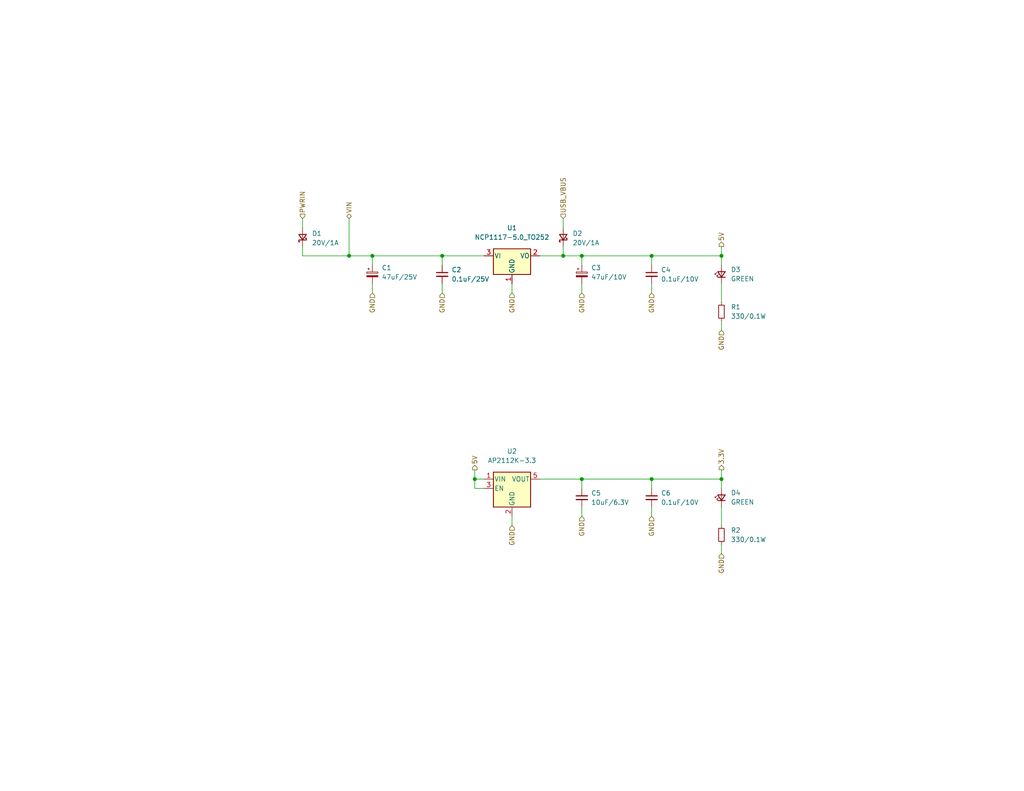
<source format=kicad_sch>
(kicad_sch (version 20211123) (generator eeschema)
  (paper "A")
  (title_block (title "https://github.com/apcountryman/pcb-main-nautilus-atmega4809") (rev "GIT_VERSION") (comment 1 "Derivative of the \"Arduino UNO Rev3\" (https://docs.arduino.cc/hardware/uno-rev3) and\\n\"Arduino Nano Every\" (https://docs.arduino.cc/hardware/nano-every) reference designs"))
  (lib_symbols
    (symbol "Device:C_Polarized_Small" (pin_numbers hide) (pin_names (offset 0.254) hide)
      (property "Reference" "C" (at 0.254 1.778 0))
      (property "Value" "C_Polarized_Small" (at 0.254 -2.032 0))
      (symbol "C_Polarized_Small_0_1"
        (rectangle (start -1.524 -0.3048) (end 1.524 -0.6858) (fill (type outline)))
        (rectangle (start -1.524 0.6858) (end 1.524 0.3048))
        (polyline (pts (xy -1.27 1.524) (xy -0.762 1.524)))
        (polyline (pts (xy -1.016 1.27) (xy -1.016 1.778)))
      )
      (symbol "C_Polarized_Small_1_1"
        (pin passive line (at 0 2.54 270) (length 1.8542) (name "~") (number "1"))
        (pin passive line (at 0 -2.54 90) (length 1.8542) (name "~") (number "2"))
      )
    )
    (symbol "Device:C_Small" (pin_numbers hide) (pin_names (offset 0.254) hide)
      (property "Reference" "C" (at 0.254 1.778 0))
      (property "Value" "C_Small" (at 0.254 -2.032 0))
      (symbol "C_Small_0_1"
        (polyline (pts (xy -1.524 -0.508) (xy 1.524 -0.508)) (stroke (width 0.3302)))
        (polyline (pts (xy -1.524 0.508) (xy 1.524 0.508)) (stroke (width 0.3048)))
      )
      (symbol "C_Small_1_1"
        (pin passive line (at 0 2.54 270) (length 2.032) (name "~") (number "1"))
        (pin passive line (at 0 -2.54 90) (length 2.032) (name "~") (number "2"))
      )
    )
    (symbol "Device:D_Schottky_Small" (pin_numbers hide) (pin_names (offset 0.254) hide)
      (property "Reference" "D" (at -1.27 2.032 0))
      (property "Value" "D_Schottky_Small" (at -7.112 -2.032 0))
      (symbol "D_Schottky_Small_0_1"
        (polyline (pts (xy -0.762 0) (xy 0.762 0)))
        (polyline (pts (xy 0.762 -1.016) (xy -0.762 0) (xy 0.762 1.016) (xy 0.762 -1.016)) (stroke (width 0.254)))
        (polyline (pts (xy -1.27 0.762) (xy -1.27 1.016) (xy -0.762 1.016) (xy -0.762 -1.016) (xy -0.254 -1.016) (xy -0.254 -0.762)) (stroke (width 0.254)))
      )
      (symbol "D_Schottky_Small_1_1"
        (pin passive line (at -2.54 0 0) (length 1.778) (name "K") (number "1"))
        (pin passive line (at 2.54 0 180) (length 1.778) (name "A") (number "2"))
      )
    )
    (symbol "Device:LED_Small" (pin_numbers hide) (pin_names (offset 0.254) hide)
      (property "Reference" "D" (at -1.27 3.175 0))
      (property "Value" "LED_Small" (at -4.445 -2.54 0))
      (symbol "LED_Small_0_1"
        (polyline (pts (xy -0.762 -1.016) (xy -0.762 1.016)) (stroke (width 0.254)))
        (polyline (pts (xy 1.016 0) (xy -0.762 0)))
        (polyline (pts (xy 0.762 -1.016) (xy -0.762 0) (xy 0.762 1.016) (xy 0.762 -1.016)) (stroke (width 0.254)))
        (polyline (pts (xy 0 0.762) (xy -0.508 1.27) (xy -0.254 1.27) (xy -0.508 1.27) (xy -0.508 1.016)))
        (polyline (pts (xy 0.508 1.27) (xy 0 1.778) (xy 0.254 1.778) (xy 0 1.778) (xy 0 1.524)))
      )
      (symbol "LED_Small_1_1"
        (pin passive line (at -2.54 0 0) (length 1.778) (name "K") (number "1"))
        (pin passive line (at 2.54 0 180) (length 1.778) (name "A") (number "2"))
      )
    )
    (symbol "Device:R_Small" (pin_numbers hide) (pin_names (offset 0.254) hide)
      (property "Reference" "R" (at 0.762 0.508 0))
      (property "Value" "R_Small" (at 0.762 -1.016 0))
      (symbol "R_Small_0_1"
        (rectangle (start -0.762 1.778) (end 0.762 -1.778) (stroke (width 0.2032)))
      )
      (symbol "R_Small_1_1"
        (pin passive line (at 0 2.54 270) (length 0.762) (name "~") (number "1"))
        (pin passive line (at 0 -2.54 90) (length 0.762) (name "~") (number "2"))
      )
    )
    (symbol "Regulator_Linear:AP2112K-3.3" (pin_names (offset 0.254))
      (property "Reference" "U" (at -5.08 5.715 0))
      (property "Value" "AP2112K-3.3" (at 0 5.715 0))
      (symbol "AP2112K-3.3_0_1"
        (rectangle (start -5.08 4.445) (end 5.08 -5.08) (stroke (width 0.254)) (fill (type background)))
      )
      (symbol "AP2112K-3.3_1_1"
        (pin power_in line (at -7.62 2.54 0) (length 2.54) (name "VIN") (number "1"))
        (pin power_in line (at 0 -7.62 90) (length 2.54) (name "GND") (number "2"))
        (pin input line (at -7.62 0 0) (length 2.54) (name "EN") (number "3"))
        (pin no_connect line (at 5.08 0 180) (length 2.54) hide (name "NC") (number "4"))
        (pin power_out line (at 7.62 2.54 180) (length 2.54) (name "VOUT") (number "5"))
      )
    )
    (symbol "Regulator_Linear:NCP1117-5.0_TO252" (pin_names (offset 0.254))
      (property "Reference" "U" (at -3.81 3.175 0))
      (property "Value" "NCP1117-5.0_TO252" (at 0 3.175 0))
      (symbol "NCP1117-5.0_TO252_0_1"
        (rectangle (start -5.08 1.905) (end 5.08 -5.08) (stroke (width 0.254)) (fill (type background)))
      )
      (symbol "NCP1117-5.0_TO252_1_1"
        (pin power_in line (at 0 -7.62 90) (length 2.54) (name "GND") (number "1"))
        (pin power_out line (at 7.62 0 180) (length 2.54) (name "VO") (number "2"))
        (pin power_in line (at -7.62 0 0) (length 2.54) (name "VI") (number "3"))
      )
    )
  )
  (junction (at 177.8 69.85))
  (junction (at 177.8 130.81))
  (junction (at 153.67 69.85))
  (junction (at 196.85 130.81))
  (junction (at 101.6 69.85))
  (junction (at 120.65 69.85))
  (junction (at 158.75 69.85))
  (junction (at 158.75 130.81))
  (junction (at 129.54 130.81))
  (junction (at 196.85 69.85))
  (junction (at 95.25 69.85))
  (wire (pts (xy 196.85 148.59) (xy 196.85 151.13)))
  (wire (pts (xy 101.6 69.85) (xy 101.6 72.39)))
  (wire (pts (xy 139.7 140.97) (xy 139.7 143.51)))
  (wire (pts (xy 196.85 77.47) (xy 196.85 82.55)))
  (wire (pts (xy 139.7 77.47) (xy 139.7 80.01)))
  (wire (pts (xy 101.6 69.85) (xy 120.65 69.85)))
  (wire (pts (xy 153.67 67.31) (xy 153.67 69.85)))
  (wire (pts (xy 132.08 133.35) (xy 129.54 133.35)))
  (wire (pts (xy 120.65 69.85) (xy 120.65 72.39)))
  (wire (pts (xy 196.85 128.27) (xy 196.85 130.81)))
  (wire (pts (xy 82.55 59.69) (xy 82.55 62.23)))
  (wire (pts (xy 95.25 59.69) (xy 95.25 69.85)))
  (wire (pts (xy 196.85 67.31) (xy 196.85 69.85)))
  (wire (pts (xy 196.85 138.43) (xy 196.85 143.51)))
  (wire (pts (xy 147.32 69.85) (xy 153.67 69.85)))
  (wire (pts (xy 177.8 69.85) (xy 177.8 72.39)))
  (wire (pts (xy 158.75 77.47) (xy 158.75 80.01)))
  (wire (pts (xy 158.75 130.81) (xy 158.75 133.35)))
  (wire (pts (xy 153.67 69.85) (xy 158.75 69.85)))
  (wire (pts (xy 153.67 59.69) (xy 153.67 62.23)))
  (wire (pts (xy 177.8 69.85) (xy 196.85 69.85)))
  (wire (pts (xy 158.75 130.81) (xy 177.8 130.81)))
  (wire (pts (xy 158.75 69.85) (xy 177.8 69.85)))
  (wire (pts (xy 129.54 130.81) (xy 129.54 128.27)))
  (wire (pts (xy 82.55 69.85) (xy 82.55 67.31)))
  (wire (pts (xy 132.08 130.81) (xy 129.54 130.81)))
  (wire (pts (xy 120.65 77.47) (xy 120.65 80.01)))
  (wire (pts (xy 196.85 87.63) (xy 196.85 90.17)))
  (wire (pts (xy 177.8 130.81) (xy 177.8 133.35)))
  (wire (pts (xy 129.54 133.35) (xy 129.54 130.81)))
  (wire (pts (xy 147.32 130.81) (xy 158.75 130.81)))
  (wire (pts (xy 158.75 69.85) (xy 158.75 72.39)))
  (wire (pts (xy 101.6 69.85) (xy 95.25 69.85)))
  (wire (pts (xy 158.75 138.43) (xy 158.75 140.97)))
  (wire (pts (xy 177.8 77.47) (xy 177.8 80.01)))
  (wire (pts (xy 177.8 130.81) (xy 196.85 130.81)))
  (wire (pts (xy 196.85 69.85) (xy 196.85 72.39)))
  (wire (pts (xy 101.6 77.47) (xy 101.6 80.01)))
  (wire (pts (xy 120.65 69.85) (xy 132.08 69.85)))
  (wire (pts (xy 95.25 69.85) (xy 82.55 69.85)))
  (wire (pts (xy 177.8 138.43) (xy 177.8 140.97)))
  (wire (pts (xy 196.85 130.81) (xy 196.85 133.35)))
  (hierarchical_label "5V" (shape output) (at 196.85 67.31 90))
  (hierarchical_label "VIN" (shape bidirectional) (at 95.25 59.69 90))
  (hierarchical_label "GND" (shape input) (at 139.7 80.01 270))
  (hierarchical_label "GND" (shape input) (at 158.75 80.01 270))
  (hierarchical_label "GND" (shape input) (at 177.8 140.97 270))
  (hierarchical_label "3.3V" (shape output) (at 196.85 128.27 90))
  (hierarchical_label "GND" (shape input) (at 101.6 80.01 270))
  (hierarchical_label "PWRIN" (shape input) (at 82.55 59.69 90))
  (hierarchical_label "GND" (shape input) (at 196.85 151.13 270))
  (hierarchical_label "GND" (shape input) (at 139.7 143.51 270))
  (hierarchical_label "GND" (shape input) (at 196.85 90.17 270))
  (hierarchical_label "USB_VBUS" (shape input) (at 153.67 59.69 90))
  (hierarchical_label "GND" (shape input) (at 177.8 80.01 270))
  (hierarchical_label "GND" (shape input) (at 158.75 140.97 270))
  (hierarchical_label "5V" (shape output) (at 129.54 128.27 90))
  (hierarchical_label "GND" (shape input) (at 120.65 80.01 270))
  (symbol (lib_id "Device:LED_Small") (at 196.85 74.93 90) (unit 1)
    (property "Reference" "D3" (at 199.39 73.5964 90) (effects (justify right)))
    (property "Value" "GREEN" (at 199.39 76.1364 90) (effects (justify right)))
    (property "Footprint" "LED_SMD:LED_0603_1608Metric_Pad1.05x0.95mm_HandSolder" (effects hide))
    (property "Datasheet" "https://optoelectronics.liteon.com/upload/download/DS22-2000-074/LTST-C190KGKT.PDF" (effects hide))
    (property "Manufacturer" "Lite-On Inc." (effects hide))
    (property "Manufacturer Part Number" "LTST-C190KGKT" (effects hide))
    (property "Digi-Key" "https://www.digikey.com/en/products/detail/liteon/LTST-C190KGKT/386815" (effects hide))
    (property "Mouser Part Number" "859-LTST-C190KGKT" (effects hide))
  )
  (symbol (lib_id "Device:R_Small") (at 196.85 85.09 0) (unit 1)
    (property "Reference" "R1" (at 199.39 83.8199 0) (effects (justify left)))
    (property "Value" "330/0.1W" (at 199.39 86.3599 0) (effects (justify left)))
    (property "Footprint" "Resistor_SMD:R_0603_1608Metric_Pad0.98x0.95mm_HandSolder" (effects hide))
    (property "Datasheet" "https://industrial.panasonic.com/cdbs/www-data/pdf/RDA0000/AOA0000C304.pdf" (effects hide))
    (property "Manufacturer" "Panasonic Electronic Components" (effects hide))
    (property "Manufacturer Part Number" "ERJ-3EKF3300V" (effects hide))
    (property "Digi-Key" "https://www.digikey.com/en/products/detail/panasonic-electronic-components/ERJ-3EKF3300V/1746374" (effects hide))
    (property "Mouser Part Number" "667-ERJ-3EKF3300V" (effects hide))
  )
  (symbol (lib_id "Device:C_Small") (at 177.8 135.89 0) (unit 1)
    (property "Reference" "C6" (at 180.34 134.6262 0) (effects (justify left)))
    (property "Value" "0.1uF/10V" (at 180.34 137.1662 0) (effects (justify left)))
    (property "Footprint" "Capacitor_SMD:C_0603_1608Metric_Pad1.08x0.95mm_HandSolder" (effects hide))
    (property "Datasheet" "https://connect.kemet.com:7667/gateway/IntelliData-ComponentDocumentation/1.0/download/datasheet/C0603C104M8RACTU" (effects hide))
    (property "Manufacturer" "KEMET" (effects hide))
    (property "Manufacturer Part Number" "C0603C104M8RAC" (effects hide))
    (property "Digi-Key" "https://www.digikey.com/en/products/detail/kemet/C0603C104M8RAC7867/2199783" (effects hide))
    (property "Mouser Part Number" "80-C0603C104M8R" (effects hide))
  )
  (symbol (lib_id "Regulator_Linear:NCP1117-5.0_TO252") (at 139.7 69.85 0) (unit 1)
    (property "Reference" "U1" (at 139.7 62.23 0))
    (property "Value" "NCP1117-5.0_TO252" (at 139.7 64.77 0))
    (property "Footprint" "Package_TO_SOT_SMD:TO-252-2" (effects hide))
    (property "Datasheet" "http://www.onsemi.com/pub_link/Collateral/NCP1117-D.PDF" (effects hide))
    (property "Manufacturer" "onsemi" (effects hide))
    (property "Manufacturer Part Number" "NCP1117DT50RKG" (effects hide))
    (property "Digi-Key" "https://www.digikey.com/en/products/detail/onsemi/NCP1117DT50RKG/661206" (effects hide))
    (property "Mouser Part Number" "863-NCP1117DT50RKG" (effects hide))
  )
  (symbol (lib_id "Device:C_Polarized_Small") (at 101.6 74.93 0) (unit 1)
    (property "Reference" "C1" (at 104.14 73.1138 0) (effects (justify left)))
    (property "Value" "47uF/25V" (at 104.14 75.6538 0) (effects (justify left)))
    (property "Footprint" "Capacitor_SMD:CP_Elec_6.3x7.7" (effects hide))
    (property "Datasheet" "https://industrial.panasonic.com/cdbs/www-data/pdf/RDE0000/ABA0000C1160.pdf" (effects hide))
    (property "Manufacturer" "Panasonic Electronic Components" (effects hide))
    (property "Manufacturer Part Number" "EEE-HC1E470XP" (effects hide))
    (property "Digi-Key" "https://www.digikey.com/en/products/detail/panasonic-electronic-components/EEE-HC1E470XP/672769" (effects hide))
    (property "Mouser Part Number" "667-EEE-HC1E470XP" (effects hide))
  )
  (symbol (lib_id "Device:D_Schottky_Small") (at 82.55 64.77 90) (unit 1)
    (property "Reference" "D1" (at 85.09 63.7539 90) (effects (justify right)))
    (property "Value" "20V/1A" (at 85.09 66.2939 90) (effects (justify right)))
    (property "Footprint" "Diode_SMD:D_SOD-123F" (effects hide))
    (property "Datasheet" "https://www.onsemi.com/pdf/datasheet/mbr120lsft1-d.pdf" (effects hide))
    (property "Manufacturer" "onsemi" (effects hide))
    (property "Manufacturer Part Number" "MBR120LSFT3G" (effects hide))
    (property "Digi-Key" "https://www.digikey.com/en/products/detail/onsemi/MBR120LSFT3G/1477155" (effects hide))
    (property "Mouser Part Number" "863-MBR120LSFT3G" (effects hide))
  )
  (symbol (lib_id "Device:C_Polarized_Small") (at 158.75 74.93 0) (unit 1)
    (property "Reference" "C3" (at 161.29 73.1138 0) (effects (justify left)))
    (property "Value" "47uF/10V" (at 161.29 75.6538 0) (effects (justify left)))
    (property "Footprint" "Capacitor_SMD:CP_Elec_4x5.8" (effects hide))
    (property "Datasheet" "https://api.pim.na.industrial.panasonic.com/file_stream/main/fileversion/9127" (effects hide))
    (property "Manufacturer" "Panasonic Electronic Components" (effects hide))
    (property "Manufacturer Part Number" "EEE-FN1A470UR" (effects hide))
    (property "Digi-Key" "https://www.digikey.com/en/products/detail/panasonic-electronic-components/EEE-FN1A470UR/11656979" (effects hide))
    (property "Mouser Part Number" "667-EEE-FN1A470UR" (effects hide))
  )
  (symbol (lib_id "Device:C_Small") (at 177.8 74.93 0) (unit 1)
    (property "Reference" "C4" (at 180.34 73.6662 0) (effects (justify left)))
    (property "Value" "0.1uF/10V" (at 180.34 76.2062 0) (effects (justify left)))
    (property "Footprint" "Capacitor_SMD:C_0603_1608Metric_Pad1.08x0.95mm_HandSolder" (effects hide))
    (property "Datasheet" "https://connect.kemet.com:7667/gateway/IntelliData-ComponentDocumentation/1.0/download/datasheet/C0603C104M8RACTU" (effects hide))
    (property "Manufacturer" "KEMET" (effects hide))
    (property "Manufacturer Part Number" "C0603C104M8RAC" (effects hide))
    (property "Digi-Key" "https://www.digikey.com/en/products/detail/kemet/C0603C104M8RAC7867/2199783" (effects hide))
    (property "Mouser Part Number" "80-C0603C104M8R" (effects hide))
  )
  (symbol (lib_id "Device:LED_Small") (at 196.85 135.89 90) (unit 1)
    (property "Reference" "D4" (at 199.39 134.5564 90) (effects (justify right)))
    (property "Value" "GREEN" (at 199.39 137.0964 90) (effects (justify right)))
    (property "Footprint" "LED_SMD:LED_0603_1608Metric_Pad1.05x0.95mm_HandSolder" (effects hide))
    (property "Datasheet" "https://optoelectronics.liteon.com/upload/download/DS22-2000-074/LTST-C190KGKT.PDF" (effects hide))
    (property "Manufacturer" "Lite-On Inc." (effects hide))
    (property "Manufacturer Part Number" "LTST-C190KGKT" (effects hide))
    (property "Digi-Key" "https://www.digikey.com/en/products/detail/liteon/LTST-C190KGKT/386815" (effects hide))
    (property "Mouser Part Number" "859-LTST-C190KGKT" (effects hide))
  )
  (symbol (lib_id "Device:C_Small") (at 120.65 74.93 0) (unit 1)
    (property "Reference" "C2" (at 123.19 73.6662 0) (effects (justify left)))
    (property "Value" "0.1uF/25V" (at 123.19 76.2062 0) (effects (justify left)))
    (property "Footprint" "Capacitor_SMD:C_0603_1608Metric_Pad1.08x0.95mm_HandSolder" (effects hide))
    (property "Datasheet" "https://connect.kemet.com:7667/gateway/IntelliData-ComponentDocumentation/1.0/download/datasheet/C0603C104M3RACTU" (effects hide))
    (property "Manufacturer" "KEMET" (effects hide))
    (property "Manufacturer Part Number" "C0603C104M3RAC" (effects hide))
    (property "Digi-Key" "https://www.digikey.com/en/products/detail/kemet/C0603C104M3RAC7867/416046" (effects hide))
    (property "Mouser Part Number" "80-C0603C104M3RAC" (effects hide))
  )
  (symbol (lib_id "Device:D_Schottky_Small") (at 153.67 64.77 90) (unit 1)
    (property "Reference" "D2" (at 156.21 63.7539 90) (effects (justify right)))
    (property "Value" "20V/1A" (at 156.21 66.2939 90) (effects (justify right)))
    (property "Footprint" "Diode_SMD:D_SOD-123F" (effects hide))
    (property "Datasheet" "https://www.onsemi.com/pdf/datasheet/mbr120lsft1-d.pdf" (effects hide))
    (property "Manufacturer" "onsemi" (effects hide))
    (property "Manufacturer Part Number" "MBR120LSFT3G" (effects hide))
    (property "Digi-Key" "https://www.digikey.com/en/products/detail/onsemi/MBR120LSFT3G/1477155" (effects hide))
    (property "Mouser Part Number" "863-MBR120LSFT3G" (effects hide))
  )
  (symbol (lib_id "Device:R_Small") (at 196.85 146.05 0) (unit 1)
    (property "Reference" "R2" (at 199.39 144.7799 0) (effects (justify left)))
    (property "Value" "330/0.1W" (at 199.39 147.3199 0) (effects (justify left)))
    (property "Footprint" "Resistor_SMD:R_0603_1608Metric_Pad0.98x0.95mm_HandSolder" (effects hide))
    (property "Datasheet" "https://industrial.panasonic.com/cdbs/www-data/pdf/RDA0000/AOA0000C304.pdf" (effects hide))
    (property "Manufacturer" "Panasonic Electronic Components" (effects hide))
    (property "Manufacturer Part Number" "ERJ-3EKF3300V" (effects hide))
    (property "Digi-Key" "https://www.digikey.com/en/products/detail/panasonic-electronic-components/ERJ-3EKF3300V/1746374" (effects hide))
    (property "Mouser Part Number" "667-ERJ-3EKF3300V" (effects hide))
  )
  (symbol (lib_id "Device:C_Small") (at 158.75 135.89 0) (unit 1)
    (property "Reference" "C5" (at 161.29 134.6262 0) (effects (justify left)))
    (property "Value" "10uF/6.3V" (at 161.29 137.1662 0) (effects (justify left)))
    (property "Footprint" "Capacitor_SMD:C_0603_1608Metric_Pad1.08x0.95mm_HandSolder" (effects hide))
    (property "Datasheet" "https://connect.kemet.com:7667/gateway/IntelliData-ComponentDocumentation/1.0/download/datasheet/C0603C106M9PACTU" (effects hide))
    (property "Manufacturer" "KEMET" (effects hide))
    (property "Manufacturer Part Number" "C0603C106M9PAC" (effects hide))
    (property "Digi-Key" "https://www.digikey.com/en/products/detail/kemet/C0603C106M9PAC7867/1950664" (effects hide))
    (property "Mouser Part Number" "80-C0603C106M9PAC" (effects hide))
  )
  (symbol (lib_id "Regulator_Linear:AP2112K-3.3") (at 139.7 133.35 0) (unit 1)
    (property "Reference" "U2" (at 139.7 123.19 0))
    (property "Value" "AP2112K-3.3" (at 139.7 125.73 0))
    (property "Footprint" "Package_TO_SOT_SMD:SOT-23-5" (effects hide))
    (property "Datasheet" "https://www.diodes.com/assets/Datasheets/AP2112.pdf" (effects hide))
    (property "Manufacturer" "Diodes Incorporated" (effects hide))
    (property "Manufacturer Part Number" "AP2112K-3.3TRG1" (effects hide))
    (property "Digi-Key" "https://www.digikey.com/en/products/detail/diodes-incorporated/AP2112K-3-3TRG1/4470746" (effects hide))
    (property "Mouser Part Number" "621-AP2112K-3.3TRG1" (effects hide))
  )
)
</source>
